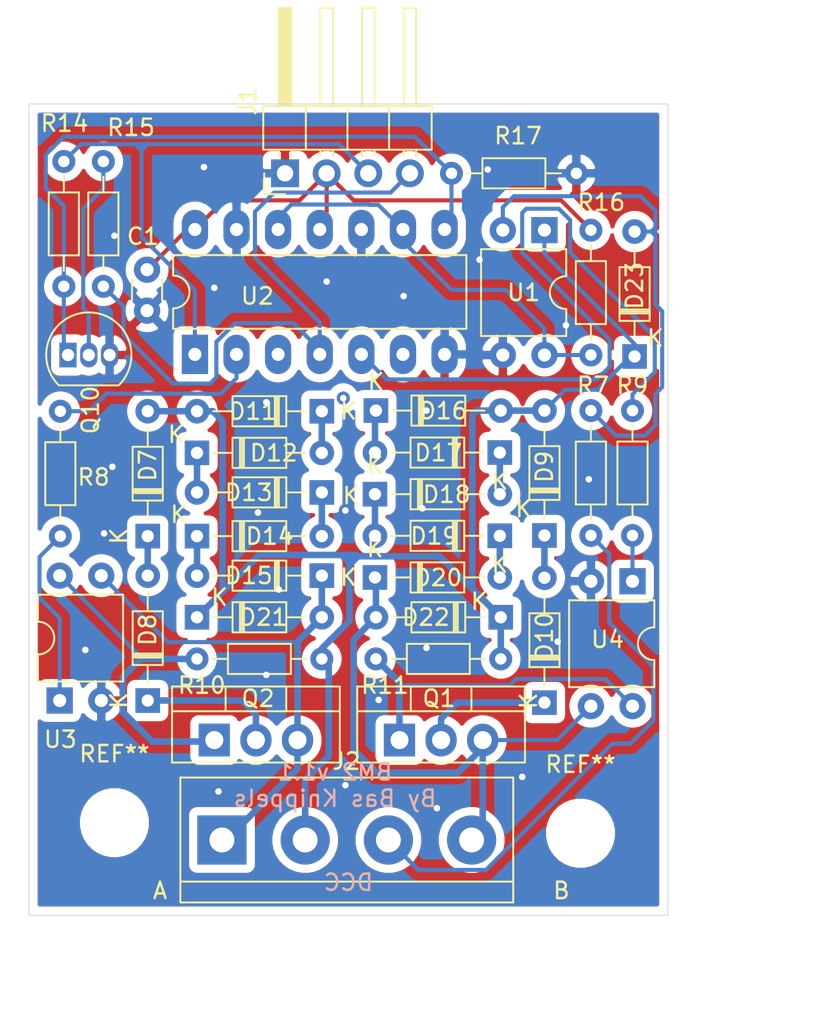
<source format=kicad_pcb>
(kicad_pcb (version 20171130) (host pcbnew "(5.1.6)-1")
  (layers (0 F.Cu signal) (31 B.Cu signal) (34 B.Paste user) (35 F.Paste user) (36 B.SilkS user) (37 F.SilkS user) (38 B.Mask user) (39 F.Mask user) (44 Edge.Cuts user))
  (net 0 "")
  (net 1 "Net-(D8-Pad1)")
  (net 2 /sectionA)
  (net 3 /sectionB)
  (net 4 "Net-(D10-Pad1)")
  (net 5 "Net-(Q10-Pad2)")
  (net 6 GND)
  (net 7 "Net-(Q10-Pad1)")
  (net 8 /DCC+)
  (net 9 "Net-(D23-Pad2)")
  (net 10 "Net-(R16-Pad2)")
  (net 11 "Net-(R8-Pad2)")
  (net 12 "Net-(R9-Pad1)")
  (net 13 "Net-(D7-Pad1)")
  (net 14 "Net-(D10-Pad2)")
  (net 15 "Net-(D11-Pad1)")
  (net 16 "Net-(D12-Pad1)")
  (net 17 "Net-(D13-Pad1)")
  (net 18 "Net-(D14-Pad1)")
  (net 19 "Net-(D16-Pad1)")
  (net 20 "Net-(D17-Pad1)")
  (net 21 "Net-(D18-Pad1)")
  (net 22 "Net-(D19-Pad1)")
  (net 23 "Net-(J1-Pad4)")
  (net 24 "Net-(J1-Pad3)")
  (net 25 +5V)
  (net 26 /DCC-)
  (net 27 "Net-(R8-Pad1)")
  (net 28 "Net-(R9-Pad2)")
  (net 29 "Net-(U2-Pad6)")
  (net 30 "Net-(U2-Pad3)")
  (net 31 "Net-(Q1-Pad1)")
  (net 32 "Net-(Q2-Pad1)")
  (module MountingHole:MountingHole_3.2mm_M3 (layer F.Cu) (at 105.664 182)
    (fp_text reference REF** (at 0 -4.2) (layer F.SilkS))
    (fp_text value MountingHole_3.2mm_M3)
    (pad 1 np_thru_hole circle (at 0 0) (size 3.2 3.2) (drill 3.2) (layers *.Cu *.Mask))
  )
  (module TerminalBlock:TerminalBlock_bornier-4_P5.08mm (layer F.Cu) (at 83.779 182.411)
    (fp_text reference J2 (at 7.6 -4.8) (layer F.SilkS))
    (fp_text value Screw_Terminal_01x03)
    (pad 4 thru_hole circle (at 15.24 0) (size 3 3) (drill 1.52) (layers *.Cu *.Mask) (net 3 /sectionB))
    (pad 1 thru_hole rect (at 0 0) (size 3 3) (drill 1.52) (layers *.Cu *.Mask) (net 2 /sectionA))
    (pad 3 thru_hole circle (at 10.16 0) (size 3 3) (drill 1.52) (layers *.Cu *.Mask) (net 26 /DCC-))
    (pad 2 thru_hole circle (at 5.08 0) (size 3 3) (drill 1.52) (layers *.Cu *.Mask) (net 8 /DCC+))
  )
  (module Package_TO_SOT_THT:TO-220-3_Vertical (layer F.Cu) (at 94.615 176.315)
    (fp_text reference Q1 (at 2.413 -2.54) (layer F.SilkS))
    (fp_text value IRF3205)
    (pad 3 thru_hole oval (at 5.08 0) (size 1.905 2) (drill 1.1) (layers *.Cu *.Mask) (net 3 /sectionB))
    (pad 2 thru_hole oval (at 2.54 0) (size 1.905 2) (drill 1.1) (layers *.Cu *.Mask) (net 4 "Net-(D10-Pad1)"))
    (pad 1 thru_hole rect (at 0 0) (size 1.905 2) (drill 1.1) (layers *.Cu *.Mask) (net 31 "Net-(Q1-Pad1)"))
  )
  (module Package_TO_SOT_THT:TO-220-3_Vertical (layer F.Cu) (at 83.312 176.315)
    (fp_text reference Q2 (at 2.667 -2.54) (layer F.SilkS))
    (fp_text value IRF3205)
    (pad 3 thru_hole oval (at 5.08 0) (size 1.905 2) (drill 1.1) (layers *.Cu *.Mask) (net 2 /sectionA))
    (pad 2 thru_hole oval (at 2.54 0) (size 1.905 2) (drill 1.1) (layers *.Cu *.Mask) (net 1 "Net-(D8-Pad1)"))
    (pad 1 thru_hole rect (at 0 0) (size 1.905 2) (drill 1.1) (layers *.Cu *.Mask) (net 32 "Net-(Q2-Pad1)"))
  )
  (module MountingHole:MountingHole_3.2mm_M3 (layer F.Cu) (at 77.216 181.356)
    (fp_text reference REF** (at 0 -4.2) (layer F.SilkS))
    (fp_text value MountingHole_3.2mm_M3)
    (pad 1 np_thru_hole circle (at 0 0) (size 3.2 3.2) (drill 3.2) (layers *.Cu *.Mask))
  )
  (module Capacitor_THT:C_Disc_D3.0mm_W1.6mm_P2.50mm (layer F.Cu) (at 79.207 147.613 270)
    (fp_text reference C1 (at -2.032 0.254 180) (layer F.SilkS))
    (fp_text value C)
    (pad 2 thru_hole circle (at 2.5 0 270) (size 1.6 1.6) (drill 0.8) (layers *.Cu *.Mask) (net 6 GND))
    (pad 1 thru_hole circle (at 0 0 270) (size 1.6 1.6) (drill 0.8) (layers *.Cu *.Mask) (net 25 +5V))
  )
  (module Package_DIP:DIP-14_W7.62mm_LongPads (layer F.Cu) (at 82.128 152.781 90)
    (fp_text reference U2 (at 3.556 3.81 180) (layer F.SilkS))
    (fp_text value 74LS107)
    (pad 14 thru_hole oval (at 7.62 0 90) (size 2.4 1.6) (drill 0.8) (layers *.Cu *.Mask) (net 25 +5V))
    (pad 7 thru_hole oval (at 0 15.24 90) (size 2.4 1.6) (drill 0.8) (layers *.Cu *.Mask) (net 6 GND))
    (pad 13 thru_hole oval (at 7.62 2.54 90) (size 2.4 1.6) (drill 0.8) (layers *.Cu *.Mask) (net 6 GND))
    (pad 6 thru_hole oval (at 0 12.7 90) (size 2.4 1.6) (drill 0.8) (layers *.Cu *.Mask) (net 29 "Net-(U2-Pad6)"))
    (pad 12 thru_hole oval (at 7.62 5.08 90) (size 2.4 1.6) (drill 0.8) (layers *.Cu *.Mask) (net 10 "Net-(R16-Pad2)"))
    (pad 5 thru_hole oval (at 0 10.16 90) (size 2.4 1.6) (drill 0.8) (layers *.Cu *.Mask) (net 28 "Net-(R9-Pad2)"))
    (pad 11 thru_hole oval (at 7.62 7.62 90) (size 2.4 1.6) (drill 0.8) (layers *.Cu *.Mask) (net 25 +5V))
    (pad 4 thru_hole oval (at 0 7.62 90) (size 2.4 1.6) (drill 0.8) (layers *.Cu *.Mask) (net 23 "Net-(J1-Pad4)"))
    (pad 10 thru_hole oval (at 7.62 10.16 90) (size 2.4 1.6) (drill 0.8) (layers *.Cu *.Mask) (net 6 GND))
    (pad 3 thru_hole oval (at 0 5.08 90) (size 2.4 1.6) (drill 0.8) (layers *.Cu *.Mask) (net 30 "Net-(U2-Pad3)"))
    (pad 9 thru_hole oval (at 7.62 12.7 90) (size 2.4 1.6) (drill 0.8) (layers *.Cu *.Mask) (net 10 "Net-(R16-Pad2)"))
    (pad 2 thru_hole oval (at 0 2.54 90) (size 2.4 1.6) (drill 0.8) (layers *.Cu *.Mask) (net 27 "Net-(R8-Pad1)"))
    (pad 8 thru_hole oval (at 7.62 15.24 90) (size 2.4 1.6) (drill 0.8) (layers *.Cu *.Mask) (net 7 "Net-(Q10-Pad1)"))
    (pad 1 thru_hole rect (at 0 0 90) (size 2.4 1.6) (drill 0.8) (layers *.Cu *.Mask) (net 24 "Net-(J1-Pad3)"))
  )
  (module Resistor_THT:R_Axial_DIN0204_L3.6mm_D1.6mm_P7.62mm_Horizontal (layer F.Cu) (at 97.79 141.732)
    (fp_text reference R17 (at 4.064 -2.286) (layer F.SilkS))
    (fp_text value 100k)
    (pad 1 thru_hole circle (at 0 0) (size 1.4 1.4) (drill 0.7) (layers *.Cu *.Mask) (net 7 "Net-(Q10-Pad1)"))
    (pad 2 thru_hole oval (at 7.62 0) (size 1.4 1.4) (drill 0.7) (layers *.Cu *.Mask) (net 6 GND))
  )
  (module Resistor_THT:R_Axial_DIN0204_L3.6mm_D1.6mm_P7.62mm_Horizontal (layer F.Cu) (at 106.299 145.2 270)
    (fp_text reference R16 (at -1.69 -0.635 180) (layer F.SilkS))
    (fp_text value 20k)
    (pad 2 thru_hole oval (at 7.62 0 270) (size 1.4 1.4) (drill 0.7) (layers *.Cu *.Mask) (net 10 "Net-(R16-Pad2)"))
    (pad 1 thru_hole circle (at 0 0 270) (size 1.4 1.4) (drill 0.7) (layers *.Cu *.Mask) (net 25 +5V))
  )
  (module Resistor_THT:R_Axial_DIN0204_L3.6mm_D1.6mm_P7.62mm_Horizontal (layer F.Cu) (at 76.54 148.629 90)
    (fp_text reference R15 (at 9.691 1.692 180) (layer F.SilkS))
    (fp_text value 1k)
    (pad 1 thru_hole circle (at 0 0 90) (size 1.4 1.4) (drill 0.7) (layers *.Cu *.Mask) (net 23 "Net-(J1-Pad4)"))
    (pad 2 thru_hole oval (at 7.62 0 90) (size 1.4 1.4) (drill 0.7) (layers *.Cu *.Mask) (net 5 "Net-(Q10-Pad2)"))
  )
  (module Resistor_THT:R_Axial_DIN0204_L3.6mm_D1.6mm_P7.62mm_Horizontal (layer F.Cu) (at 74.127 141.009 270)
    (fp_text reference R14 (at -2.325 -0.041 180) (layer F.SilkS))
    (fp_text value 1k)
    (pad 1 thru_hole circle (at 0 0 270) (size 1.4 1.4) (drill 0.7) (layers *.Cu *.Mask) (net 24 "Net-(J1-Pad3)"))
    (pad 2 thru_hole oval (at 7.62 0 270) (size 1.4 1.4) (drill 0.7) (layers *.Cu *.Mask) (net 7 "Net-(Q10-Pad1)"))
  )
  (module Resistor_THT:R_Axial_DIN0204_L3.6mm_D1.6mm_P7.62mm_Horizontal (layer F.Cu) (at 100.797 171.362 180)
    (fp_text reference R11 (at 7.071 -1.612) (layer F.SilkS))
    (fp_text value 2k2)
    (pad 2 thru_hole oval (at 7.62 0 180) (size 1.4 1.4) (drill 0.7) (layers *.Cu *.Mask) (net 31 "Net-(Q1-Pad1)"))
    (pad 1 thru_hole circle (at 0 0 180) (size 1.4 1.4) (drill 0.7) (layers *.Cu *.Mask) (net 8 /DCC+))
  )
  (module Resistor_THT:R_Axial_DIN0204_L3.6mm_D1.6mm_P7.62mm_Horizontal (layer F.Cu) (at 89.875 171.362 180)
    (fp_text reference R10 (at 7.325 -1.612) (layer F.SilkS))
    (fp_text value 1k1)
    (pad 2 thru_hole oval (at 7.62 0 180) (size 1.4 1.4) (drill 0.7) (layers *.Cu *.Mask) (net 32 "Net-(Q2-Pad1)"))
    (pad 1 thru_hole circle (at 0 0 180) (size 1.4 1.4) (drill 0.7) (layers *.Cu *.Mask) (net 8 /DCC+))
  )
  (module Resistor_THT:R_Axial_DIN0204_L3.6mm_D1.6mm_P7.62mm_Horizontal (layer F.Cu) (at 108.839 163.83 90)
    (fp_text reference R9 (at 9.144 0 180) (layer F.SilkS))
    (fp_text value 1k)
    (pad 2 thru_hole oval (at 7.62 0 90) (size 1.4 1.4) (drill 0.7) (layers *.Cu *.Mask) (net 28 "Net-(R9-Pad2)"))
    (pad 1 thru_hole circle (at 0 0 90) (size 1.4 1.4) (drill 0.7) (layers *.Cu *.Mask) (net 12 "Net-(R9-Pad1)"))
  )
  (module Resistor_THT:R_Axial_DIN0204_L3.6mm_D1.6mm_P7.62mm_Horizontal (layer F.Cu) (at 73.914 156.249 270)
    (fp_text reference R8 (at 4.025 -2.032 180) (layer F.SilkS))
    (fp_text value R_Small)
    (pad 2 thru_hole oval (at 7.62 0 270) (size 1.4 1.4) (drill 0.7) (layers *.Cu *.Mask) (net 11 "Net-(R8-Pad2)"))
    (pad 1 thru_hole circle (at 0 0 270) (size 1.4 1.4) (drill 0.7) (layers *.Cu *.Mask) (net 27 "Net-(R8-Pad1)"))
  )
  (module Resistor_THT:R_Axial_DIN0204_L3.6mm_D1.6mm_P7.62mm_Horizontal (layer F.Cu) (at 106.299 156.21 270)
    (fp_text reference R7 (at -1.524 -0.127 180) (layer F.SilkS))
    (fp_text value 2k2)
    (pad 2 thru_hole oval (at 7.62 0 270) (size 1.4 1.4) (drill 0.7) (layers *.Cu *.Mask) (net 26 /DCC-))
    (pad 1 thru_hole circle (at 0 0 270) (size 1.4 1.4) (drill 0.7) (layers *.Cu *.Mask) (net 9 "Net-(D23-Pad2)"))
  )
  (module Connector_PinHeader_2.54mm:PinHeader_1x04_P2.54mm_Horizontal (layer F.Cu) (at 87.63 141.732 90)
    (fp_text reference J1 (at 4.385 -2.27 90) (layer F.SilkS))
    (fp_text value arduinoConn)
    (pad 4 thru_hole oval (at 0 7.62 90) (size 1.7 1.7) (drill 1) (layers *.Cu *.Mask) (net 23 "Net-(J1-Pad4)"))
    (pad 3 thru_hole oval (at 0 5.08 90) (size 1.7 1.7) (drill 1) (layers *.Cu *.Mask) (net 24 "Net-(J1-Pad3)"))
    (pad 2 thru_hole oval (at 0 2.54 90) (size 1.7 1.7) (drill 1) (layers *.Cu *.Mask) (net 25 +5V))
    (pad 1 thru_hole rect (at 0 0 90) (size 1.7 1.7) (drill 1) (layers *.Cu *.Mask) (net 6 GND))
  )
  (module Package_TO_SOT_THT:TO-92_Inline (layer F.Cu) (at 74.381 152.82)
    (fp_text reference Q10 (at 1.3716 3.3528 270) (layer F.SilkS))
    (fp_text value BC547)
    (pad 2 thru_hole oval (at 1.27 0) (size 1.05 1.5) (drill 0.75) (layers *.Cu *.Mask) (net 5 "Net-(Q10-Pad2)"))
    (pad 3 thru_hole oval (at 2.54 0) (size 1.05 1.5) (drill 0.75) (layers *.Cu *.Mask) (net 6 GND))
    (pad 1 thru_hole rect (at 0 0) (size 1.05 1.5) (drill 0.75) (layers *.Cu *.Mask) (net 7 "Net-(Q10-Pad1)"))
  )
  (module Package_DIP:DIP-4_W7.62mm (layer F.Cu) (at 103.464 145.2 270)
    (fp_text reference U1 (at 3.81 1.27 180) (layer F.SilkS))
    (fp_text value SFH617A-1)
    (pad 1 thru_hole rect (at 0 0 270) (size 1.6 1.6) (drill 0.8) (layers *.Cu *.Mask) (net 8 /DCC+))
    (pad 3 thru_hole oval (at 7.62 2.54 270) (size 1.6 1.6) (drill 0.8) (layers *.Cu *.Mask) (net 6 GND))
    (pad 2 thru_hole oval (at 0 2.54 270) (size 1.6 1.6) (drill 0.8) (layers *.Cu *.Mask) (net 9 "Net-(D23-Pad2)"))
    (pad 4 thru_hole oval (at 7.62 0 270) (size 1.6 1.6) (drill 0.8) (layers *.Cu *.Mask) (net 10 "Net-(R16-Pad2)"))
  )
  (module Package_DIP:DIP-4_W7.62mm (layer F.Cu) (at 73.873 173.902 90)
    (fp_text reference U3 (at -2.374 0.041 180) (layer F.SilkS))
    (fp_text value SFH617A-1)
    (pad 1 thru_hole rect (at 0 0 90) (size 1.6 1.6) (drill 0.8) (layers *.Cu *.Mask) (net 11 "Net-(R8-Pad2)"))
    (pad 3 thru_hole oval (at 7.62 2.54 90) (size 1.6 1.6) (drill 0.8) (layers *.Cu *.Mask) (net 2 /sectionA))
    (pad 2 thru_hole oval (at 0 2.54 90) (size 1.6 1.6) (drill 0.8) (layers *.Cu *.Mask) (net 6 GND))
    (pad 4 thru_hole oval (at 7.62 0 90) (size 1.6 1.6) (drill 0.8) (layers *.Cu *.Mask) (net 32 "Net-(Q2-Pad1)"))
  )
  (module Package_DIP:DIP-4_W7.62mm (layer F.Cu) (at 108.839 166.624 270)
    (fp_text reference U4 (at 3.556 1.524 180) (layer F.SilkS))
    (fp_text value SFH617A-1)
    (pad 4 thru_hole oval (at 7.62 0 270) (size 1.6 1.6) (drill 0.8) (layers *.Cu *.Mask) (net 31 "Net-(Q1-Pad1)"))
    (pad 2 thru_hole oval (at 0 2.54 270) (size 1.6 1.6) (drill 0.8) (layers *.Cu *.Mask) (net 6 GND))
    (pad 3 thru_hole oval (at 7.62 2.54 270) (size 1.6 1.6) (drill 0.8) (layers *.Cu *.Mask) (net 3 /sectionB))
    (pad 1 thru_hole rect (at 0 0 270) (size 1.6 1.6) (drill 0.8) (layers *.Cu *.Mask) (net 12 "Net-(R9-Pad1)"))
  )
  (module Diode_THT:D_DO-34_SOD68_P7.62mm_Horizontal (layer F.Cu) (at 79.248 163.869 90)
    (fp_text reference D7 (at 4.318 0 90) (layer F.SilkS))
    (fp_text value D)
    (fp_text user K (at 0 -1.75 90) (layer F.SilkS))
    (pad 2 thru_hole oval (at 7.62 0 90) (size 1.5 1.5) (drill 0.75) (layers *.Cu *.Mask) (net 8 /DCC+))
    (pad 1 thru_hole rect (at 0 0 90) (size 1.5 1.5) (drill 0.75) (layers *.Cu *.Mask) (net 13 "Net-(D7-Pad1)"))
  )
  (module Diode_THT:D_DO-34_SOD68_P7.62mm_Horizontal (layer F.Cu) (at 79.248 173.902 90)
    (fp_text reference D8 (at 4.318 0 90) (layer F.SilkS))
    (fp_text value D)
    (fp_text user K (at 0 -1.75 90) (layer F.SilkS))
    (pad 1 thru_hole rect (at 0 0 90) (size 1.5 1.5) (drill 0.75) (layers *.Cu *.Mask) (net 1 "Net-(D8-Pad1)"))
    (pad 2 thru_hole oval (at 7.62 0 90) (size 1.5 1.5) (drill 0.75) (layers *.Cu *.Mask) (net 13 "Net-(D7-Pad1)"))
  )
  (module Diode_THT:D_DO-34_SOD68_P7.62mm_Horizontal (layer F.Cu) (at 103.464 163.83 90)
    (fp_text reference D9 (at 4.191 0 90) (layer F.SilkS))
    (fp_text value D)
    (fp_text user K (at 1.6256 -1.27 180) (layer F.SilkS))
    (pad 1 thru_hole rect (at 0 0 90) (size 1.5 1.5) (drill 0.75) (layers *.Cu *.Mask) (net 14 "Net-(D10-Pad2)"))
    (pad 2 thru_hole oval (at 7.62 0 90) (size 1.5 1.5) (drill 0.75) (layers *.Cu *.Mask) (net 8 /DCC+))
  )
  (module Diode_THT:D_DO-34_SOD68_P7.62mm_Horizontal (layer F.Cu) (at 103.464 174.029 90)
    (fp_text reference D10 (at 4.064 0 90) (layer F.SilkS))
    (fp_text value D)
    (fp_text user K (at 0.1016 -0.9652 90) (layer F.SilkS))
    (pad 2 thru_hole oval (at 7.62 0 90) (size 1.5 1.5) (drill 0.75) (layers *.Cu *.Mask) (net 14 "Net-(D10-Pad2)"))
    (pad 1 thru_hole rect (at 0 0 90) (size 1.5 1.5) (drill 0.75) (layers *.Cu *.Mask) (net 4 "Net-(D10-Pad1)"))
  )
  (module Diode_THT:D_DO-34_SOD68_P7.62mm_Horizontal (layer F.Cu) (at 89.875 156.249 180)
    (fp_text reference D11 (at 4.206 -0.01) (layer F.SilkS))
    (fp_text value D)
    (fp_text user K (at -1.6256 0 180) (layer F.SilkS))
    (pad 2 thru_hole oval (at 7.62 0 180) (size 1.5 1.5) (drill 0.75) (layers *.Cu *.Mask) (net 8 /DCC+))
    (pad 1 thru_hole rect (at 0 0 180) (size 1.5 1.5) (drill 0.75) (layers *.Cu *.Mask) (net 15 "Net-(D11-Pad1)"))
  )
  (module Diode_THT:D_DO-34_SOD68_P7.62mm_Horizontal (layer F.Cu) (at 82.255 158.789)
    (fp_text reference D12 (at 4.684 0.01) (layer F.SilkS))
    (fp_text value D)
    (fp_text user K (at -1.27 -1.1176) (layer F.SilkS))
    (pad 1 thru_hole rect (at 0 0) (size 1.5 1.5) (drill 0.75) (layers *.Cu *.Mask) (net 16 "Net-(D12-Pad1)"))
    (pad 2 thru_hole oval (at 7.62 0) (size 1.5 1.5) (drill 0.75) (layers *.Cu *.Mask) (net 15 "Net-(D11-Pad1)"))
  )
  (module Diode_THT:D_DO-34_SOD68_P7.62mm_Horizontal (layer F.Cu) (at 89.875 161.202 180)
    (fp_text reference D13 (at 4.46 -0.01) (layer F.SilkS))
    (fp_text value D)
    (fp_text user K (at -1.778 -0.2032) (layer F.SilkS))
    (pad 2 thru_hole oval (at 7.62 0 180) (size 1.5 1.5) (drill 0.75) (layers *.Cu *.Mask) (net 16 "Net-(D12-Pad1)"))
    (pad 1 thru_hole rect (at 0 0 180) (size 1.5 1.5) (drill 0.75) (layers *.Cu *.Mask) (net 17 "Net-(D13-Pad1)"))
  )
  (module Diode_THT:D_DO-34_SOD68_P7.62mm_Horizontal (layer F.Cu) (at 82.255 163.869)
    (fp_text reference D14 (at 4.43 0.01) (layer F.SilkS))
    (fp_text value D)
    (fp_text user K (at -1.1176 -1.3208) (layer F.SilkS))
    (pad 1 thru_hole rect (at 0 0) (size 1.5 1.5) (drill 0.75) (layers *.Cu *.Mask) (net 18 "Net-(D14-Pad1)"))
    (pad 2 thru_hole oval (at 7.62 0) (size 1.5 1.5) (drill 0.75) (layers *.Cu *.Mask) (net 17 "Net-(D13-Pad1)"))
  )
  (module Diode_THT:D_DO-34_SOD68_P7.62mm_Horizontal (layer F.Cu) (at 89.875 166.282 180)
    (fp_text reference D15 (at 4.46 0) (layer F.SilkS))
    (fp_text value D)
    (fp_text user K (at -1.6256 -0.1016) (layer F.SilkS))
    (pad 2 thru_hole oval (at 7.62 0 180) (size 1.5 1.5) (drill 0.75) (layers *.Cu *.Mask) (net 18 "Net-(D14-Pad1)"))
    (pad 1 thru_hole rect (at 0 0 180) (size 1.5 1.5) (drill 0.75) (layers *.Cu *.Mask) (net 2 /sectionA))
  )
  (module Diode_THT:D_DO-34_SOD68_P7.62mm_Horizontal (layer F.Cu) (at 93.177 156.21)
    (fp_text reference D16 (at 4.122 0.018) (layer F.SilkS))
    (fp_text value D)
    (fp_text user K (at 0 -1.75) (layer F.SilkS))
    (pad 2 thru_hole oval (at 7.62 0) (size 1.5 1.5) (drill 0.75) (layers *.Cu *.Mask) (net 8 /DCC+))
    (pad 1 thru_hole rect (at 0 0) (size 1.5 1.5) (drill 0.75) (layers *.Cu *.Mask) (net 19 "Net-(D16-Pad1)"))
  )
  (module Diode_THT:D_DO-34_SOD68_P7.62mm_Horizontal (layer F.Cu) (at 100.739 158.771 180)
    (fp_text reference D17 (at 3.752 -0.018) (layer F.SilkS))
    (fp_text value D)
    (fp_text user K (at 0 -1.75) (layer F.SilkS))
    (pad 1 thru_hole rect (at 0 0 180) (size 1.5 1.5) (drill 0.75) (layers *.Cu *.Mask) (net 20 "Net-(D17-Pad1)"))
    (pad 2 thru_hole oval (at 7.62 0 180) (size 1.5 1.5) (drill 0.75) (layers *.Cu *.Mask) (net 19 "Net-(D16-Pad1)"))
  )
  (module Diode_THT:D_DO-34_SOD68_P7.62mm_Horizontal (layer F.Cu) (at 93.119 161.311)
    (fp_text reference D18 (at 4.376 0.018) (layer F.SilkS))
    (fp_text value D)
    (fp_text user K (at 0 -1.75) (layer F.SilkS))
    (pad 2 thru_hole oval (at 7.62 0) (size 1.5 1.5) (drill 0.75) (layers *.Cu *.Mask) (net 20 "Net-(D17-Pad1)"))
    (pad 1 thru_hole rect (at 0 0) (size 1.5 1.5) (drill 0.75) (layers *.Cu *.Mask) (net 21 "Net-(D18-Pad1)"))
  )
  (module Diode_THT:D_DO-34_SOD68_P7.62mm_Horizontal (layer F.Cu) (at 100.739 163.851 180)
    (fp_text reference D19 (at 4.006 -0.018) (layer F.SilkS))
    (fp_text value D)
    (fp_text user K (at 0 -1.75) (layer F.SilkS))
    (pad 1 thru_hole rect (at 0 0 180) (size 1.5 1.5) (drill 0.75) (layers *.Cu *.Mask) (net 22 "Net-(D19-Pad1)"))
    (pad 2 thru_hole oval (at 7.62 0 180) (size 1.5 1.5) (drill 0.75) (layers *.Cu *.Mask) (net 21 "Net-(D18-Pad1)"))
  )
  (module Diode_THT:D_DO-34_SOD68_P7.62mm_Horizontal (layer F.Cu) (at 93.119 166.391)
    (fp_text reference D20 (at 3.868 0.018) (layer F.SilkS))
    (fp_text value D)
    (fp_text user K (at 0 -1.75) (layer F.SilkS))
    (pad 1 thru_hole rect (at 0 0) (size 1.5 1.5) (drill 0.75) (layers *.Cu *.Mask) (net 3 /sectionB))
    (pad 2 thru_hole oval (at 7.62 0) (size 1.5 1.5) (drill 0.75) (layers *.Cu *.Mask) (net 22 "Net-(D19-Pad1)"))
  )
  (module Diode_THT:D_DO-34_SOD68_P7.62mm_Horizontal (layer F.Cu) (at 82.255 168.822)
    (fp_text reference D21 (at 4.064 0) (layer F.SilkS))
    (fp_text value D)
    (fp_text user K (at 1.3716 -1.2192) (layer F.SilkS))
    (pad 2 thru_hole oval (at 7.62 0) (size 1.5 1.5) (drill 0.75) (layers *.Cu *.Mask) (net 2 /sectionA))
    (pad 1 thru_hole rect (at 0 0) (size 1.5 1.5) (drill 0.75) (layers *.Cu *.Mask) (net 8 /DCC+))
  )
  (module Diode_THT:D_DO-34_SOD68_P7.62mm_Horizontal (layer F.Cu) (at 100.797 168.822 180)
    (fp_text reference D22 (at 4.572 0) (layer F.SilkS))
    (fp_text value D)
    (fp_text user K (at 1.3208 0.9652) (layer F.SilkS))
    (pad 2 thru_hole oval (at 7.62 0 180) (size 1.5 1.5) (drill 0.75) (layers *.Cu *.Mask) (net 3 /sectionB))
    (pad 1 thru_hole rect (at 0 0 180) (size 1.5 1.5) (drill 0.75) (layers *.Cu *.Mask) (net 8 /DCC+))
  )
  (module Diode_THT:D_DO-34_SOD68_P7.62mm_Horizontal (layer F.Cu) (at 108.966 152.908 90)
    (fp_text reference D23 (at 4.318 0 90) (layer F.SilkS))
    (fp_text value D)
    (fp_text user K (at 1.1176 1.27 180) (layer F.SilkS))
    (pad 1 thru_hole rect (at 0 0 90) (size 1.5 1.5) (drill 0.75) (layers *.Cu *.Mask) (net 8 /DCC+))
    (pad 2 thru_hole oval (at 7.62 0 90) (size 1.5 1.5) (drill 0.75) (layers *.Cu *.Mask) (net 9 "Net-(D23-Pad2)"))
  )
  (gr_line (start 111 137.5) (end 72 137.5) (layer Edge.Cuts) (width 0.05))
  (gr_line (start 111 187) (end 111 137.5) (layer Edge.Cuts) (width 0.05))
  (gr_line (start 72 187) (end 111 187) (layer Edge.Cuts) (width 0.05))
  (gr_line (start 72 137.5) (end 72 187) (layer Edge.Cuts) (width 0.05))
  (gr_text "BM2 v1.1\nBy Bas Knippels\n" (at 90.678 179.07) (layer B.SilkS) (effects (font (size 1 1)) (justify mirror)))
  (gr_text "DCC\n" (at 91.5 185) (layer B.SilkS) (effects (font (size 1 1)) (justify mirror)))
  (gr_text B (at 104.5 185.5) (layer F.SilkS) (effects (font (size 1 1))))
  (gr_text A (at 80 185.5) (layer F.SilkS) (effects (font (size 1 1))))
  (via (at 91.186 155.448) (size 0.8) (drill 0.4) (layers F.Cu B.Cu) (net 0))
  (segment (start 79.248 173.902) (end 85.002 173.902) (width 0.4) (layer B.Cu) (net 1))
  (segment (start 85.852 174.752) (end 85.852 176.315) (width 0.4) (layer B.Cu) (net 1))
  (segment (start 85.002 173.902) (end 85.852 174.752) (width 0.4) (layer B.Cu) (net 1))
  (segment (start 83.779 182.411) (end 84.035 182.411) (width 0.4) (layer B.Cu) (net 2))
  (segment (start 88.392 178.054) (end 88.392 176.315) (width 0.4) (layer B.Cu) (net 2))
  (segment (start 84.035 182.411) (end 88.392 178.054) (width 0.4) (layer B.Cu) (net 2))
  (segment (start 88.392 170.305) (end 89.875 168.822) (width 0.4) (layer B.Cu) (net 2))
  (segment (start 88.392 176.315) (end 88.392 170.305) (width 0.4) (layer B.Cu) (net 2))
  (segment (start 89.875 168.822) (end 89.875 166.282) (width 0.4) (layer B.Cu) (net 2))
  (segment (start 88.360001 170.336999) (end 89.875 168.822) (width 0.25) (layer B.Cu) (net 2))
  (segment (start 80.467999 170.336999) (end 88.360001 170.336999) (width 0.25) (layer B.Cu) (net 2))
  (segment (start 76.413 166.282) (end 80.467999 170.336999) (width 0.25) (layer B.Cu) (net 2))
  (segment (start 93.177 166.449) (end 93.119 166.391) (width 0.4) (layer B.Cu) (net 3))
  (segment (start 93.177 168.822) (end 93.177 166.449) (width 0.4) (layer B.Cu) (net 3))
  (segment (start 99.695 181.735) (end 99.019 182.411) (width 0.4) (layer B.Cu) (net 3))
  (segment (start 99.695 176.315) (end 99.695 181.735) (width 0.4) (layer B.Cu) (net 3))
  (segment (start 99.695 176.315) (end 99.695 176.784) (width 0.4) (layer B.Cu) (net 3))
  (segment (start 99.695 176.784) (end 98.171 178.308) (width 0.4) (layer B.Cu) (net 3))
  (segment (start 98.171 178.308) (end 93.218 178.308) (width 0.4) (layer B.Cu) (net 3))
  (segment (start 93.218 178.308) (end 91.821 176.911) (width 0.4) (layer B.Cu) (net 3))
  (segment (start 91.821 170.178) (end 93.177 168.822) (width 0.4) (layer B.Cu) (net 3))
  (segment (start 91.821 176.911) (end 91.821 170.178) (width 0.4) (layer B.Cu) (net 3))
  (segment (start 104.228 176.315) (end 99.695 176.315) (width 0.25) (layer B.Cu) (net 3))
  (segment (start 106.299 174.244) (end 104.228 176.315) (width 0.25) (layer B.Cu) (net 3))
  (segment (start 97.155 176.315) (end 97.155 175.006) (width 0.4) (layer B.Cu) (net 4))
  (segment (start 98.132 174.029) (end 103.464 174.029) (width 0.4) (layer B.Cu) (net 4))
  (segment (start 97.155 175.006) (end 98.132 174.029) (width 0.4) (layer B.Cu) (net 4))
  (segment (start 75.651 152.82) (end 75.651 150.327) (width 0.25) (layer B.Cu) (net 5))
  (segment (start 75.651 150.327) (end 75.311 149.987) (width 0.25) (layer B.Cu) (net 5))
  (segment (start 75.311 149.987) (end 75.311 143.891) (width 0.25) (layer B.Cu) (net 5))
  (segment (start 76.54 142.662) (end 76.54 141.009) (width 0.25) (layer B.Cu) (net 5))
  (segment (start 75.311 143.891) (end 76.54 142.662) (width 0.25) (layer B.Cu) (net 5))
  (via (at 99.5 147) (size 0.8) (drill 0.4) (layers F.Cu B.Cu) (net 6))
  (via (at 100 141.5) (size 0.8) (drill 0.4) (layers F.Cu B.Cu) (net 6))
  (via (at 82.677 141.351) (size 0.8) (drill 0.4) (layers F.Cu B.Cu) (net 6))
  (via (at 83.312 148.717) (size 0.8) (drill 0.4) (layers F.Cu B.Cu) (net 6))
  (via (at 90.17 148.336) (size 0.8) (drill 0.4) (layers F.Cu B.Cu) (net 6))
  (via (at 94.869 149.225) (size 0.8) (drill 0.4) (layers F.Cu B.Cu) (net 6))
  (via (at 86.487 155.702) (size 0.8) (drill 0.4) (layers F.Cu B.Cu) (net 6))
  (via (at 85.979 162.433) (size 0.8) (drill 0.4) (layers F.Cu B.Cu) (net 6))
  (via (at 96.266 156.21) (size 0.8) (drill 0.4) (layers F.Cu B.Cu) (net 6))
  (via (at 96.012 162.179) (size 0.8) (drill 0.4) (layers F.Cu B.Cu) (net 6))
  (via (at 91.313 162.306) (size 0.8) (drill 0.4) (layers F.Cu B.Cu) (net 6))
  (via (at 77.089 159.639) (size 0.8) (drill 0.4) (layers F.Cu B.Cu) (net 6))
  (via (at 106.172 160.401) (size 0.8) (drill 0.4) (layers F.Cu B.Cu) (net 6))
  (via (at 77.216 145.542) (size 0.8) (drill 0.4) (layers F.Cu B.Cu) (net 6))
  (via (at 76.581 163.703) (size 0.8) (drill 0.4) (layers F.Cu B.Cu) (net 6))
  (via (at 75.438 170.815) (size 0.8) (drill 0.4) (layers F.Cu B.Cu) (net 6))
  (via (at 83.566 179.451) (size 0.8) (drill 0.4) (layers F.Cu B.Cu) (net 6))
  (via (at 96.901 180.467) (size 0.8) (drill 0.4) (layers F.Cu B.Cu) (net 6))
  (via (at 91.313 179.07) (size 0.8) (drill 0.4) (layers F.Cu B.Cu) (net 6))
  (via (at 102.108 178.562) (size 0.8) (drill 0.4) (layers F.Cu B.Cu) (net 6))
  (via (at 96.266 170.688) (size 0.8) (drill 0.4) (layers F.Cu B.Cu) (net 6))
  (via (at 86.487 172.339) (size 0.8) (drill 0.4) (layers F.Cu B.Cu) (net 6))
  (via (at 87.249 167.132) (size 0.8) (drill 0.4) (layers F.Cu B.Cu) (net 6))
  (via (at 93.345 173.863) (size 0.8) (drill 0.4) (layers F.Cu B.Cu) (net 6))
  (via (at 104.267 170.307) (size 0.8) (drill 0.4) (layers F.Cu B.Cu) (net 6))
  (via (at 104.775 151.003) (size 0.8) (drill 0.4) (layers F.Cu B.Cu) (net 6))
  (segment (start 74.127 152.566) (end 74.381 152.82) (width 0.25) (layer B.Cu) (net 7))
  (segment (start 74.127 148.629) (end 74.127 152.566) (width 0.25) (layer B.Cu) (net 7))
  (segment (start 97.79 144.739) (end 97.368 145.161) (width 0.25) (layer B.Cu) (net 7))
  (segment (start 97.79 141.732) (end 97.79 144.739) (width 0.25) (layer B.Cu) (net 7))
  (segment (start 74.127 148.629) (end 74.127 143.723) (width 0.25) (layer B.Cu) (net 7))
  (segment (start 74.127 143.723) (end 73.025 142.621) (width 0.25) (layer B.Cu) (net 7))
  (segment (start 74.115007 139.503991) (end 95.561991 139.503991) (width 0.25) (layer B.Cu) (net 7))
  (segment (start 73.025 140.593998) (end 74.115007 139.503991) (width 0.25) (layer B.Cu) (net 7))
  (segment (start 95.561991 139.503991) (end 97.79 141.732) (width 0.25) (layer B.Cu) (net 7))
  (segment (start 73.025 142.621) (end 73.025 140.593998) (width 0.25) (layer B.Cu) (net 7))
  (segment (start 82.255 156.249) (end 79.248 156.249) (width 0.4) (layer B.Cu) (net 8))
  (segment (start 82.255 156.249) (end 83.224 156.249) (width 0.4) (layer B.Cu) (net 8))
  (segment (start 83.224 156.249) (end 83.82 156.845) (width 0.4) (layer B.Cu) (net 8))
  (segment (start 83.82 167.257) (end 82.255 168.822) (width 0.4) (layer B.Cu) (net 8))
  (segment (start 83.82 156.845) (end 83.82 167.257) (width 0.4) (layer B.Cu) (net 8))
  (segment (start 100.797 156.21) (end 99.314 156.21) (width 0.4) (layer B.Cu) (net 8))
  (segment (start 99.314 156.21) (end 99.06 156.464) (width 0.4) (layer B.Cu) (net 8))
  (segment (start 99.06 167.085) (end 100.797 168.822) (width 0.4) (layer B.Cu) (net 8))
  (segment (start 99.06 156.464) (end 99.06 167.085) (width 0.4) (layer B.Cu) (net 8))
  (segment (start 100.797 168.822) (end 100.797 171.362) (width 0.4) (layer B.Cu) (net 8))
  (segment (start 100.797 156.21) (end 103.464 156.21) (width 0.4) (layer B.Cu) (net 8))
  (segment (start 104.734 154.94) (end 103.464 156.21) (width 0.25) (layer B.Cu) (net 8))
  (segment (start 106.68 154.94) (end 104.734 154.94) (width 0.25) (layer B.Cu) (net 8))
  (segment (start 90.297 177.292) (end 90.297 171.784) (width 0.4) (layer B.Cu) (net 8))
  (segment (start 88.859 182.411) (end 88.859 178.73) (width 0.4) (layer B.Cu) (net 8))
  (segment (start 90.297 171.784) (end 89.875 171.362) (width 0.4) (layer B.Cu) (net 8))
  (segment (start 88.859 178.73) (end 90.297 177.292) (width 0.4) (layer B.Cu) (net 8))
  (segment (start 89.875 171.362) (end 89.875 170.729) (width 0.4) (layer B.Cu) (net 8))
  (segment (start 89.875 170.729) (end 91.567 169.037) (width 0.4) (layer B.Cu) (net 8))
  (segment (start 91.567 169.037) (end 91.567 165.608) (width 0.4) (layer B.Cu) (net 8))
  (segment (start 91.567 165.608) (end 92.075 165.1) (width 0.4) (layer B.Cu) (net 8))
  (segment (start 97.075 165.1) (end 100.797 168.822) (width 0.4) (layer B.Cu) (net 8))
  (segment (start 92.075 165.1) (end 97.075 165.1) (width 0.4) (layer B.Cu) (net 8))
  (segment (start 91.567 165.608) (end 91.567 165.481) (width 0.4) (layer B.Cu) (net 8))
  (segment (start 86.057999 165.019001) (end 83.82 167.257) (width 0.4) (layer B.Cu) (net 8))
  (segment (start 91.567 165.481) (end 91.105001 165.019001) (width 0.4) (layer B.Cu) (net 8))
  (segment (start 91.994001 165.019001) (end 92.075 165.1) (width 0.4) (layer B.Cu) (net 8))
  (segment (start 90.885999 165.019001) (end 86.057999 165.019001) (width 0.4) (layer B.Cu) (net 8))
  (segment (start 91.105001 165.019001) (end 90.885999 165.019001) (width 0.4) (layer B.Cu) (net 8))
  (segment (start 91.567 165.481) (end 91.567 165.1) (width 0.4) (layer B.Cu) (net 8))
  (segment (start 90.885999 165.019001) (end 91.647999 165.019001) (width 0.4) (layer B.Cu) (net 8))
  (segment (start 91.567 165.1) (end 91.647999 165.019001) (width 0.4) (layer B.Cu) (net 8))
  (segment (start 91.647999 165.019001) (end 91.994001 165.019001) (width 0.4) (layer B.Cu) (net 8))
  (segment (start 108.712 152.908) (end 107.442 154.178) (width 0.25) (layer B.Cu) (net 8))
  (segment (start 108.966 152.908) (end 108.712 152.908) (width 0.25) (layer B.Cu) (net 8))
  (segment (start 107.569 154.051) (end 107.442 154.178) (width 0.25) (layer B.Cu) (net 8))
  (segment (start 107.442 154.178) (end 106.68 154.94) (width 0.25) (layer B.Cu) (net 8))
  (segment (start 108.966 152.908) (end 108.966 152.146) (width 0.25) (layer B.Cu) (net 8))
  (segment (start 103.464 146.644) (end 103.464 145.2) (width 0.25) (layer B.Cu) (net 8))
  (segment (start 108.966 152.146) (end 103.464 146.644) (width 0.25) (layer B.Cu) (net 8))
  (segment (start 100.924 143.805) (end 100.924 145.2) (width 0.25) (layer B.Cu) (net 9))
  (segment (start 110.236 157.099) (end 110.236 155.194) (width 0.25) (layer B.Cu) (net 9))
  (segment (start 110.236 155.194) (end 110.64999 154.78001) (width 0.25) (layer B.Cu) (net 9))
  (segment (start 109.601 157.734) (end 110.236 157.099) (width 0.25) (layer B.Cu) (net 9))
  (segment (start 110.64999 150.14699) (end 110.236 149.733) (width 0.25) (layer B.Cu) (net 9))
  (segment (start 106.299 156.21) (end 107.823 157.734) (width 0.25) (layer B.Cu) (net 9))
  (segment (start 110.236 144.018) (end 109.347 143.129) (width 0.25) (layer B.Cu) (net 9))
  (segment (start 107.823 157.734) (end 109.601 157.734) (width 0.25) (layer B.Cu) (net 9))
  (segment (start 110.64999 154.78001) (end 110.64999 150.14699) (width 0.25) (layer B.Cu) (net 9))
  (segment (start 109.347 143.129) (end 101.6 143.129) (width 0.25) (layer B.Cu) (net 9))
  (segment (start 101.6 143.129) (end 100.924 143.805) (width 0.25) (layer B.Cu) (net 9))
  (segment (start 108.966 145.288) (end 109.982 145.288) (width 0.25) (layer B.Cu) (net 9))
  (segment (start 109.982 145.288) (end 110.236 145.034) (width 0.25) (layer B.Cu) (net 9))
  (segment (start 110.236 145.034) (end 110.236 144.018) (width 0.25) (layer B.Cu) (net 9))
  (segment (start 109.982 145.288) (end 110.236 145.542) (width 0.25) (layer B.Cu) (net 9))
  (segment (start 110.236 149.733) (end 110.236 145.542) (width 0.25) (layer B.Cu) (net 9))
  (segment (start 110.236 145.542) (end 110.236 145.034) (width 0.25) (layer B.Cu) (net 9))
  (segment (start 106.299 152.82) (end 103.464 152.82) (width 0.25) (layer B.Cu) (net 10))
  (segment (start 94.828 145.161) (end 94.828 145.882) (width 0.25) (layer B.Cu) (net 10))
  (segment (start 94.828 145.882) (end 97.79 148.844) (width 0.25) (layer B.Cu) (net 10))
  (segment (start 97.79 148.844) (end 101.092 148.844) (width 0.25) (layer B.Cu) (net 10))
  (segment (start 103.464 151.216) (end 103.464 152.82) (width 0.25) (layer B.Cu) (net 10))
  (segment (start 101.092 148.844) (end 103.464 151.216) (width 0.25) (layer B.Cu) (net 10))
  (segment (start 87.208 145.161) (end 87.208 144.44) (width 0.25) (layer B.Cu) (net 10))
  (segment (start 88.01201 143.63599) (end 87.9475 143.7005) (width 0.25) (layer B.Cu) (net 10))
  (segment (start 92.775504 143.6575) (end 92.753994 143.63599) (width 0.25) (layer B.Cu) (net 10))
  (segment (start 93.3245 143.6575) (end 92.775504 143.6575) (width 0.25) (layer B.Cu) (net 10))
  (segment (start 92.753994 143.63599) (end 88.01201 143.63599) (width 0.25) (layer B.Cu) (net 10))
  (segment (start 87.208 144.44) (end 87.9475 143.7005) (width 0.25) (layer B.Cu) (net 10))
  (segment (start 93.3245 143.6575) (end 94.828 145.161) (width 0.25) (layer B.Cu) (net 10))
  (segment (start 73.873 173.902) (end 73.873 168.869) (width 0.25) (layer B.Cu) (net 11))
  (segment (start 73.873 168.869) (end 72.644 167.64) (width 0.25) (layer B.Cu) (net 11))
  (segment (start 72.644 165.139) (end 73.914 163.869) (width 0.25) (layer B.Cu) (net 11))
  (segment (start 72.644 167.64) (end 72.644 165.139) (width 0.25) (layer B.Cu) (net 11))
  (segment (start 108.839 163.83) (end 108.839 166.624) (width 0.25) (layer B.Cu) (net 12))
  (segment (start 79.248 166.282) (end 79.248 163.869) (width 0.4) (layer B.Cu) (net 13))
  (segment (start 103.464 166.409) (end 103.464 163.83) (width 0.4) (layer B.Cu) (net 14))
  (segment (start 89.875 158.789) (end 89.875 156.249) (width 0.4) (layer B.Cu) (net 15))
  (segment (start 82.255 158.789) (end 82.255 161.202) (width 0.4) (layer B.Cu) (net 16))
  (segment (start 89.875 163.869) (end 89.875 161.202) (width 0.4) (layer B.Cu) (net 17))
  (segment (start 82.255 166.282) (end 82.255 163.869) (width 0.4) (layer B.Cu) (net 18))
  (segment (start 93.119 156.268) (end 93.177 156.21) (width 0.4) (layer B.Cu) (net 19))
  (segment (start 93.119 158.771) (end 93.119 156.268) (width 0.4) (layer B.Cu) (net 19))
  (segment (start 100.739 161.311) (end 100.739 158.771) (width 0.4) (layer B.Cu) (net 20))
  (segment (start 93.119 161.311) (end 93.119 163.851) (width 0.4) (layer B.Cu) (net 21))
  (segment (start 100.739 166.391) (end 100.739 163.851) (width 0.4) (layer B.Cu) (net 22))
  (segment (start 94.074999 142.907001) (end 86.962999 142.907001) (width 0.25) (layer B.Cu) (net 23))
  (segment (start 95.25 141.732) (end 94.074999 142.907001) (width 0.25) (layer B.Cu) (net 23))
  (segment (start 85.79301 144.07699) (end 85.79301 146.88001) (width 0.25) (layer B.Cu) (net 23))
  (segment (start 86.962999 142.907001) (end 85.79301 144.07699) (width 0.25) (layer B.Cu) (net 23))
  (segment (start 89.748 150.835) (end 89.748 152.781) (width 0.25) (layer B.Cu) (net 23))
  (segment (start 85.79301 146.88001) (end 89.748 150.835) (width 0.25) (layer B.Cu) (net 23))
  (segment (start 88.138 150.876) (end 89.748 152.486) (width 0.25) (layer B.Cu) (net 23))
  (segment (start 84.581996 150.876) (end 88.138 150.876) (width 0.25) (layer B.Cu) (net 23))
  (segment (start 83.439 152.018996) (end 84.581996 150.876) (width 0.25) (layer B.Cu) (net 23))
  (segment (start 83.439 154.178) (end 83.439 152.018996) (width 0.25) (layer B.Cu) (net 23))
  (segment (start 89.748 152.486) (end 89.748 152.781) (width 0.25) (layer B.Cu) (net 23))
  (segment (start 77.77101 149.86001) (end 77.77101 151.55801) (width 0.25) (layer B.Cu) (net 23))
  (segment (start 83.058 154.559) (end 83.439 154.178) (width 0.25) (layer B.Cu) (net 23))
  (segment (start 77.77101 151.55801) (end 80.772 154.559) (width 0.25) (layer B.Cu) (net 23))
  (segment (start 76.54 148.629) (end 77.77101 149.86001) (width 0.25) (layer B.Cu) (net 23))
  (segment (start 80.772 154.559) (end 83.058 154.559) (width 0.25) (layer B.Cu) (net 23))
  (segment (start 74.127 141.009) (end 75.182 139.954) (width 0.25) (layer B.Cu) (net 24))
  (segment (start 90.932 139.954) (end 92.71 141.732) (width 0.25) (layer B.Cu) (net 24))
  (segment (start 82.128 152.781) (end 82.128 148.868998) (width 0.25) (layer B.Cu) (net 24))
  (segment (start 82.128 148.868998) (end 78.867 145.607998) (width 0.25) (layer B.Cu) (net 24))
  (segment (start 78.74 140.208) (end 78.486 139.954) (width 0.25) (layer B.Cu) (net 24))
  (segment (start 78.867 140.208) (end 78.74 140.208) (width 0.25) (layer B.Cu) (net 24))
  (segment (start 78.867 140.208) (end 78.867 139.954) (width 0.25) (layer B.Cu) (net 24))
  (segment (start 75.182 139.954) (end 78.486 139.954) (width 0.25) (layer B.Cu) (net 24))
  (segment (start 78.486 139.954) (end 78.867 139.954) (width 0.25) (layer B.Cu) (net 24))
  (segment (start 78.867 140.335) (end 79.248 139.954) (width 0.25) (layer B.Cu) (net 24))
  (segment (start 79.248 139.954) (end 90.932 139.954) (width 0.25) (layer B.Cu) (net 24))
  (segment (start 78.867 139.954) (end 79.248 139.954) (width 0.25) (layer B.Cu) (net 24))
  (segment (start 78.867 140.335) (end 78.867 140.208) (width 0.25) (layer B.Cu) (net 24))
  (segment (start 78.867 145.607998) (end 78.867 140.335) (width 0.25) (layer B.Cu) (net 24))
  (segment (start 90.17 144.739) (end 89.748 145.161) (width 0.25) (layer F.Cu) (net 25))
  (segment (start 90.17 141.732) (end 90.17 144.739) (width 0.25) (layer F.Cu) (net 25))
  (segment (start 83.906 143.383) (end 82.128 145.161) (width 0.25) (layer F.Cu) (net 25))
  (segment (start 90.17 141.732) (end 88.519 143.383) (width 0.25) (layer F.Cu) (net 25))
  (segment (start 88.519 143.383) (end 83.906 143.383) (width 0.25) (layer F.Cu) (net 25))
  (segment (start 106.299 145.2) (end 104.482 143.383) (width 0.25) (layer F.Cu) (net 25))
  (segment (start 91.821 143.383) (end 90.17 141.732) (width 0.25) (layer F.Cu) (net 25))
  (segment (start 104.482 143.383) (end 91.821 143.383) (width 0.25) (layer F.Cu) (net 25))
  (segment (start 81.659 145.161) (end 82.128 145.161) (width 0.25) (layer F.Cu) (net 25))
  (segment (start 79.207 147.613) (end 81.659 145.161) (width 0.25) (layer F.Cu) (net 25))
  (segment (start 107.424001 169.146001) (end 107.424001 164.955001) (width 0.25) (layer B.Cu) (net 26))
  (segment (start 110.109 175.133) (end 110.109 171.831) (width 0.25) (layer B.Cu) (net 26))
  (segment (start 93.939 182.411) (end 95.764001 184.236001) (width 0.25) (layer B.Cu) (net 26))
  (segment (start 110.109 171.831) (end 107.424001 169.146001) (width 0.25) (layer B.Cu) (net 26))
  (segment (start 95.764001 184.236001) (end 99.895001 184.236001) (width 0.25) (layer B.Cu) (net 26))
  (segment (start 99.895001 184.236001) (end 107.601002 176.53) (width 0.25) (layer B.Cu) (net 26))
  (segment (start 107.601002 176.53) (end 108.712 176.53) (width 0.25) (layer B.Cu) (net 26))
  (segment (start 107.424001 164.955001) (end 106.299 163.83) (width 0.25) (layer B.Cu) (net 26))
  (segment (start 108.712 176.53) (end 110.109 175.133) (width 0.25) (layer B.Cu) (net 26))
  (segment (start 84.668 154.231) (end 84.213 154.686) (width 0.25) (layer B.Cu) (net 27))
  (segment (start 84.668 152.781) (end 84.668 154.231) (width 0.25) (layer B.Cu) (net 27))
  (segment (start 75.653 156.249) (end 73.914 156.249) (width 0.25) (layer B.Cu) (net 27))
  (segment (start 84.213 154.686) (end 84.201 154.686) (width 0.25) (layer B.Cu) (net 27))
  (segment (start 84.201 154.686) (end 83.693 155.194) (width 0.25) (layer B.Cu) (net 27))
  (segment (start 82.771001 155.173999) (end 76.728001 155.173999) (width 0.25) (layer B.Cu) (net 27))
  (segment (start 76.728001 155.173999) (end 76.454 155.448) (width 0.25) (layer B.Cu) (net 27))
  (segment (start 82.791002 155.194) (end 82.771001 155.173999) (width 0.25) (layer B.Cu) (net 27))
  (segment (start 83.693 155.194) (end 82.791002 155.194) (width 0.25) (layer B.Cu) (net 27))
  (segment (start 76.454 155.448) (end 75.653 156.249) (width 0.25) (layer B.Cu) (net 27))
  (segment (start 93.81301 154.30601) (end 92.288 152.781) (width 0.25) (layer B.Cu) (net 28))
  (segment (start 106.67758 154.30601) (end 93.81301 154.30601) (width 0.25) (layer B.Cu) (net 28))
  (segment (start 105.029 146.558) (end 105.029 144.579998) (width 0.25) (layer B.Cu) (net 28))
  (segment (start 102.362 143.891) (end 102.108 144.145) (width 0.25) (layer B.Cu) (net 28))
  (segment (start 110.19998 151.72898) (end 105.029 146.558) (width 0.25) (layer B.Cu) (net 28))
  (segment (start 108.839 155.220051) (end 110.19998 153.859071) (width 0.25) (layer B.Cu) (net 28))
  (segment (start 102.108 144.145) (end 102.108 146.558) (width 0.25) (layer B.Cu) (net 28))
  (segment (start 108.839 156.21) (end 108.839 155.220051) (width 0.25) (layer B.Cu) (net 28))
  (segment (start 107.442 153.54159) (end 106.67758 154.30601) (width 0.25) (layer B.Cu) (net 28))
  (segment (start 105.029 144.579998) (end 104.340002 143.891) (width 0.25) (layer B.Cu) (net 28))
  (segment (start 104.340002 143.891) (end 102.362 143.891) (width 0.25) (layer B.Cu) (net 28))
  (segment (start 110.19998 153.859071) (end 110.19998 151.72898) (width 0.25) (layer B.Cu) (net 28))
  (segment (start 102.108 146.558) (end 107.442 151.892) (width 0.25) (layer B.Cu) (net 28))
  (segment (start 107.442 151.892) (end 107.442 153.54159) (width 0.25) (layer B.Cu) (net 28))
  (segment (start 94.615 172.8) (end 93.177 171.362) (width 0.4) (layer B.Cu) (net 31))
  (segment (start 94.615 176.315) (end 94.615 172.8) (width 0.4) (layer B.Cu) (net 31))
  (segment (start 108.839 174.244) (end 107.188 172.593) (width 0.25) (layer B.Cu) (net 31))
  (segment (start 107.188 172.593) (end 101.727 172.593) (width 0.25) (layer B.Cu) (net 31))
  (segment (start 101.727 172.593) (end 101.346 172.974) (width 0.25) (layer B.Cu) (net 31))
  (segment (start 94.789 172.974) (end 93.177 171.362) (width 0.25) (layer B.Cu) (net 31))
  (segment (start 101.346 172.974) (end 94.789 172.974) (width 0.25) (layer B.Cu) (net 31))
  (segment (start 82.255 171.362) (end 78.828 171.362) (width 0.4) (layer B.Cu) (net 32))
  (segment (start 77.724 172.466) (end 77.724 174.598002) (width 0.4) (layer B.Cu) (net 32))
  (segment (start 77.724 174.598002) (end 79.528998 176.403) (width 0.4) (layer B.Cu) (net 32))
  (segment (start 83.224 176.403) (end 83.312 176.315) (width 0.4) (layer B.Cu) (net 32))
  (segment (start 79.528998 176.403) (end 83.224 176.403) (width 0.4) (layer B.Cu) (net 32))
  (segment (start 78.828 171.362) (end 78.5495 171.6405) (width 0.4) (layer B.Cu) (net 32))
  (segment (start 78.5495 171.6405) (end 77.724 172.466) (width 0.4) (layer B.Cu) (net 32))
  (segment (start 78.828 171.237) (end 78.828 171.362) (width 0.25) (layer B.Cu) (net 32))
  (segment (start 73.873 166.282) (end 78.828 171.237) (width 0.25) (layer B.Cu) (net 32))
  (zone (net 6) (net_name GND) (layer F.Cu) (connect_pads (clearance 0.508)) (min_thickness 0.254) (fill yes (arc_segments 32) (thermal_gap 0.508) (thermal_bridge_width 0.508))
    (polygon (pts (xy 111.506 187.96) (xy 71.247 187.833) (xy 71.12 136.144) (xy 111.379 136.144)))
  )
  (zone (net 6) (net_name GND) (layer B.Cu) (connect_pads (clearance 0.508)) (min_thickness 0.254) (fill yes (arc_segments 32) (thermal_gap 0.508) (thermal_bridge_width 0.508))
    (polygon (pts (xy 111.887 188.722) (xy 70.231 188.595) (xy 70.485 135.636) (xy 111.887 135.382)))
  )
)
</source>
